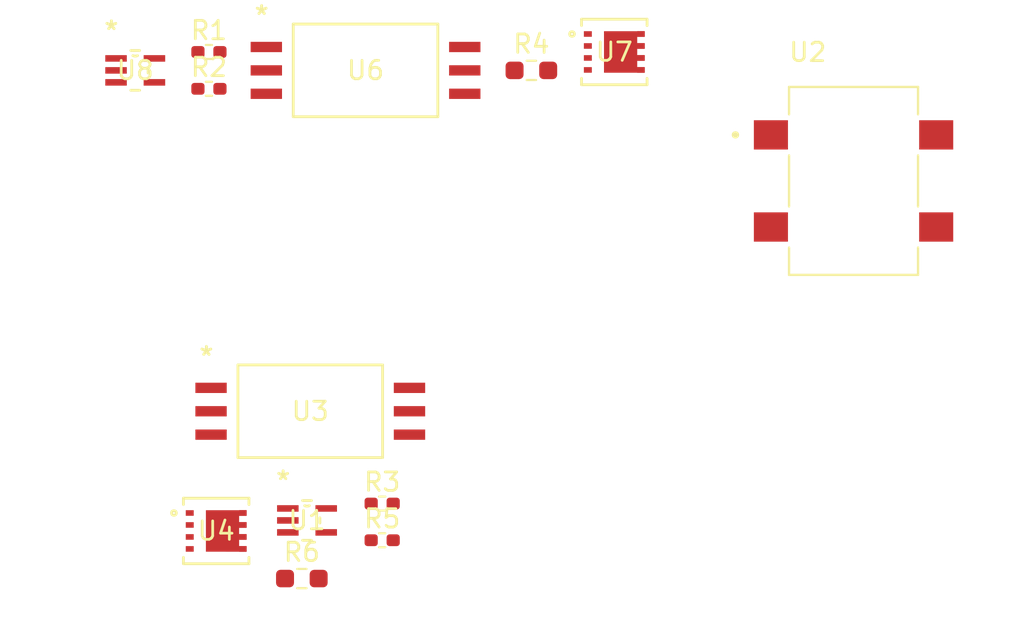
<source format=kicad_pcb>
(kicad_pcb (version 20240108) (generator "pcbnew") (generator_version "8.0")
  (layers (0 "F.Cu" signal) (31 "B.Cu" signal) (34 "B.Paste" user) (35 "F.Paste" user) (36 "B.SilkS" user "B.Silkscreen") (37 "F.SilkS" user "F.Silkscreen") (38 "B.Mask" user) (39 "F.Mask" user) (44 "Edge.Cuts" user))
  (net 0 "")
  (net 1 "Net-(U3-VOUT)")
  (net 2 "GNDPWR")
  (net 3 "Net-(U3-CATHODE)")
  (net 4 "+3V3")
  (net 5 "Net-(U3-ANODE)")
  (net 6 "Net-(U4-G)")
  (net 8 "Net-(U6-ANODE)")
  (net 9 "Net-(U8-Y)")
  (net 10 "Net-(U6-CATHODE)")
  (net 11 "GND")
  (net 12 "Net-(U1-Y)")
  (net 13 "Net-(U7-G)")
  (net 14 "Net-(U6-VOUT)")
  (net 16 "/Switching Channel 1/EN")
  (net 17 "VS")
  (net 18 "AC")
  (net 19 "Earth")
  (net 20 "+20V")
  (net 21 "/Switching Channel 1/IN")
  (net 23 "/Switching Channel 0/IN")
  (net 24 "/Switching Channel 0/EN")
  (footprint "Rectifier:SOIC500P990X195-4N" (layer "F.Cu") (at 63.985 34)
    (property "Reference" "U2" (at -2.485 -6.985 0) (layer "F.SilkS"))
    (property "Value" "RTBS60M")
    (fp_line (start -3.5 -5.1) (end 3.5 -5.1) (stroke (width 0.127)) (layer "F.SilkS"))
    (fp_line (start -3.5 -3.615) (end -3.5 -5.1) (stroke (width 0.127)) (layer "F.SilkS"))
    (fp_line (start -3.5 -1.385) (end -3.5 1.385) (stroke (width 0.127)) (layer "F.SilkS"))
    (fp_line (start -3.5 5.1) (end -3.5 3.615) (stroke (width 0.127)) (layer "F.SilkS"))
    (fp_line (start 3.5 -5.1) (end 3.5 -3.615) (stroke (width 0.127)) (layer "F.SilkS"))
    (fp_line (start 3.5 -1.385) (end 3.5 1.385) (stroke (width 0.127)) (layer "F.SilkS"))
    (fp_line (start 3.5 5.1) (end -3.5 5.1) (stroke (width 0.127)) (layer "F.SilkS"))
    (fp_line (start 3.5 5.1) (end 3.5 3.615) (stroke (width 0.127)) (layer "F.SilkS"))
    (fp_circle (center -6.41 -2.5) (end -6.31 -2.5) (stroke (width 0.2)) (fill none) (layer "F.SilkS"))
    (pad "1" smd rect (at -4.485 -2.5) (size 1.85 1.59) (layers "F.Cu" "F.Paste" "F.Mask") (net 17 "VS"))
    (pad "2" smd rect (at -4.485 2.5) (size 1.85 1.59) (layers "F.Cu" "F.Paste" "F.Mask") (net 2 "GNDPWR"))
    (pad "3" smd rect (at 4.485 2.5) (size 1.85 1.59) (layers "F.Cu" "F.Paste" "F.Mask") (net 19 "Earth"))
    (pad "4" smd rect (at 4.485 -2.5) (size 1.85 1.59) (layers "F.Cu" "F.Paste" "F.Mask") (net 18 "AC"))
  )
  (footprint "Resistor_SMD:R_0402_1005Metric_Pad0.72x0.64mm_HandSolder" (layer "F.Cu") (at 38.4025 53.5)
    (property "Reference" "R5" (at 0 -1.17 0) (layer "F.SilkS"))
    (property "Value" "50")
    (fp_line (start -0.167621 -0.38) (end 0.167621 -0.38) (stroke (width 0.12)) (layer "F.SilkS"))
    (fp_line (start -0.167621 0.38) (end 0.167621 0.38) (stroke (width 0.12)) (layer "F.SilkS"))
    (pad "1" smd roundrect (at -0.5975 0) (size 0.715 0.64) (layers "F.Cu" "F.Paste" "F.Mask") (net 11 "GND"))
    (pad "2" smd roundrect (at 0.5975 0) (size 0.715 0.64) (layers "F.Cu" "F.Paste" "F.Mask") (net 3 "Net-(U3-CATHODE)"))
  )
  (footprint "Switching Mosfet:MOSFET_3DN-T1-GE3_VIS" (layer "F.Cu") (at 51 27)
    (property "Reference" "U7" (at 0 0 0) (layer "F.SilkS"))
    (property "Value" "SISS94DN-T1-GE3")
    (fp_poly (pts (xy -0.558902 -1.12649) (xy 1.650901 -1.127379) (xy 1.650901 -0.822579) (xy 1.244501 -0.822579) (xy 1.244501 -0.477393) (xy 1.650901 -0.477393) (xy 1.650901 -0.172593) (xy 1.244501 -0.172593) (xy 1.244501 0.172593) (xy 1.650901 0.172593) (xy 1.650901 0.477393) (xy 1.244501 0.477393) (xy 1.244501 0.822579) (xy 1.650901 0.822579) (xy 1.650901 1.127379) (xy -0.558902 1.12649)) (fill solid) (layer "F.Cu"))
    (fp_line (start -1.778 -1.778) (end -1.778 -1.434888) (stroke (width 0.1524)) (layer "F.SilkS"))
    (fp_line (start -1.778 1.434888) (end -1.778 1.778) (stroke (width 0.1524)) (layer "F.SilkS"))
    (fp_line (start -1.778 1.778) (end 1.778 1.778) (stroke (width 0.1524)) (layer "F.SilkS"))
    (fp_line (start 1.778 -1.778) (end -1.778 -1.778) (stroke (width 0.1524)) (layer "F.SilkS"))
    (fp_line (start 1.778 -1.434888) (end 1.778 -1.778) (stroke (width 0.1524)) (layer "F.SilkS"))
    (fp_line (start 1.778 1.778) (end 1.778 1.434888) (stroke (width 0.1524)) (layer "F.SilkS"))
    (fp_circle (center -2.293393 -0.974979) (end -2.166393 -0.974979) (stroke (width 0.1524)) (fill none) (layer "F.SilkS"))
    (pad "1" smd rect (at -1.435001 -0.974979) (size 0.4318 0.3048) (layers "F.Cu" "F.Paste" "F.Mask") (net 2 "GNDPWR"))
    (pad "2" smd rect (at -1.435001 -0.324993) (size 0.4318 0.3048) (layers "F.Cu" "F.Paste" "F.Mask") (net 2 "GNDPWR"))
    (pad "3" smd rect (at -1.435001 0.324993) (size 0.4318 0.3048) (layers "F.Cu" "F.Paste" "F.Mask") (net 2 "GNDPWR"))
    (pad "4" smd rect (at -1.435001 0.974979) (size 0.4318 0.3048) (layers "F.Cu" "F.Paste" "F.Mask") (net 13 "Net-(U7-G)"))
    (pad "5" smd rect (at 1.447701 0.974979) (size 0.4064 0.3048) (layers "F.Cu" "F.Paste" "F.Mask") (net 23 "/Switching Channel 0/IN"))
    (pad "6" smd rect (at 1.447701 0.324993) (size 0.4064 0.3048) (layers "F.Cu" "F.Paste" "F.Mask") (net 23 "/Switching Channel 0/IN"))
    (pad "7" smd rect (at 1.447701 -0.324993) (size 0.4064 0.3048) (layers "F.Cu" "F.Paste" "F.Mask") (net 23 "/Switching Channel 0/IN"))
    (pad "8" smd rect (at 1.447701 -0.974979) (size 0.4064 0.3048) (layers "F.Cu" "F.Paste" "F.Mask") (net 23 "/Switching Channel 0/IN"))
  )
  (footprint "Resistor_SMD:R_0402_1005Metric_Pad0.72x0.64mm_HandSolder" (layer "F.Cu") (at 29 27)
    (property "Reference" "R1" (at 0 -1.17 0) (layer "F.SilkS"))
    (property "Value" "50")
    (fp_line (start -0.167621 -0.38) (end 0.167621 -0.38) (stroke (width 0.12)) (layer "F.SilkS"))
    (fp_line (start -0.167621 0.38) (end 0.167621 0.38) (stroke (width 0.12)) (layer "F.SilkS"))
    (pad "1" smd roundrect (at -0.5975 0) (size 0.715 0.64) (layers "F.Cu" "F.Paste" "F.Mask") (net 9 "Net-(U8-Y)"))
    (pad "2" smd roundrect (at 0.5975 0) (size 0.715 0.64) (layers "F.Cu" "F.Paste" "F.Mask") (net 8 "Net-(U6-ANODE)"))
  )
  (footprint "Buffer:DCK5" (layer "F.Cu") (at 34.3233 52.4247)
    (property "Reference" "U1" (at 0 0 0) (layer "F.SilkS"))
    (property "Value" "SN74LVC1G17DCKR")
    (fp_line (start -0.239571 1.0795) (end 0.239571 1.0795) (stroke (width 0.1524)) (layer "F.SilkS"))
    (fp_line (start 0.239571 -1.0795) (end -0.239571 -1.0795) (stroke (width 0.1524)) (layer "F.SilkS"))
    (fp_line (start 0.6985 0.139459) (end 0.6985 -0.139459) (stroke (width 0.1524)) (layer "F.SilkS"))
    (fp_arc (start 0.12446 -0.801269) (mid 0 -0.7747) (end -0.12446 -0.801269) (stroke (width 0.1524)) (layer "F.SilkS"))
    (fp_text user "*" (at -1.2954 -2.1486 0) (layer "F.SilkS"))
    (fp_text user "*" (at -1.2954 -2.1486 0) (layer "F.SilkS"))
    (pad "1" smd rect (at -1.0414 -0.649999) (size 1.1684 0.3556) (layers "F.Cu" "F.Paste" "F.Mask"))
    (pad "2" smd rect (at -1.0414 0) (size 1.1684 0.3556) (layers "F.Cu" "F.Paste" "F.Mask") (net 16 "/Switching Channel 1/EN"))
    (pad "3" smd rect (at -1.0414 0.649999) (size 1.1684 0.3556) (layers "F.Cu" "F.Paste" "F.Mask") (net 11 "GND"))
    (pad "4" smd rect (at 1.0414 0.649999) (size 1.1684 0.3556) (layers "F.Cu" "F.Paste" "F.Mask") (net 12 "Net-(U1-Y)"))
    (pad "5" smd rect (at 1.0414 -0.649999) (size 1.1684 0.3556) (layers "F.Cu" "F.Paste" "F.Mask") (net 4 "+3V3"))
  )
  (footprint "Resistor_SMD:R_0402_1005Metric_Pad0.72x0.64mm_HandSolder" (layer "F.Cu") (at 29 29)
    (property "Reference" "R2" (at 0 -1.17 0) (layer "F.SilkS"))
    (property "Value" "50")
    (fp_line (start -0.167621 -0.38) (end 0.167621 -0.38) (stroke (width 0.12)) (layer "F.SilkS"))
    (fp_line (start -0.167621 0.38) (end 0.167621 0.38) (stroke (width 0.12)) (layer "F.SilkS"))
    (pad "1" smd roundrect (at -0.5975 0) (size 0.715 0.64) (layers "F.Cu" "F.Paste" "F.Mask") (net 11 "GND"))
    (pad "2" smd roundrect (at 0.5975 0) (size 0.715 0.64) (layers "F.Cu" "F.Paste" "F.Mask") (net 10 "Net-(U6-CATHODE)"))
  )
  (footprint "Buffer:DCK5" (layer "F.Cu") (at 25 28)
    (property "Reference" "U8" (at 0 0 0) (layer "F.SilkS"))
    (property "Value" "SN74LVC1G17DCKR")
    (fp_line (start -0.239571 1.0795) (end 0.239571 1.0795) (stroke (width 0.1524)) (layer "F.SilkS"))
    (fp_line (start 0.239571 -1.0795) (end -0.239571 -1.0795) (stroke (width 0.1524)) (layer "F.SilkS"))
    (fp_line (start 0.6985 0.139459) (end 0.6985 -0.139459) (stroke (width 0.1524)) (layer "F.SilkS"))
    (fp_arc (start 0.12446 -0.801269) (mid 0 -0.7747) (end -0.12446 -0.801269) (stroke (width 0.1524)) (layer "F.SilkS"))
    (fp_text user "*" (at -1.2954 -2.1486 0) (layer "F.SilkS"))
    (fp_text user "*" (at -1.2954 -2.1486 0) (layer "F.SilkS"))
    (pad "1" smd rect (at -1.0414 -0.649999) (size 1.1684 0.3556) (layers "F.Cu" "F.Paste" "F.Mask"))
    (pad "2" smd rect (at -1.0414 0) (size 1.1684 0.3556) (layers "F.Cu" "F.Paste" "F.Mask") (net 24 "/Switching Channel 0/EN"))
    (pad "3" smd rect (at -1.0414 0.649999) (size 1.1684 0.3556) (layers "F.Cu" "F.Paste" "F.Mask") (net 11 "GND"))
    (pad "4" smd rect (at 1.0414 0.649999) (size 1.1684 0.3556) (layers "F.Cu" "F.Paste" "F.Mask") (net 9 "Net-(U8-Y)"))
    (pad "5" smd rect (at 1.0414 -0.649999) (size 1.1684 0.3556) (layers "F.Cu" "F.Paste" "F.Mask") (net 4 "+3V3"))
  )
  (footprint "Resistor_SMD:R_0603_1608Metric_Pad0.98x0.95mm_HandSolder" (layer "F.Cu") (at 46.5 28)
    (property "Reference" "R4" (at 0 -1.43 0) (layer "F.SilkS"))
    (property "Value" "10")
    (fp_line (start -0.254724 -0.5225) (end 0.254724 -0.5225) (stroke (width 0.12)) (layer "F.SilkS"))
    (fp_line (start -0.254724 0.5225) (end 0.254724 0.5225) (stroke (width 0.12)) (layer "F.SilkS"))
    (pad "1" smd roundrect (at -0.9125 0) (size 0.975 0.95) (layers "F.Cu" "F.Paste" "F.Mask") (net 14 "Net-(U6-VOUT)"))
    (pad "2" smd roundrect (at 0.9125 0) (size 0.975 0.95) (layers "F.Cu" "F.Paste" "F.Mask") (net 13 "Net-(U7-G)"))
  )
  (footprint "Resistor_SMD:R_0603_1608Metric_Pad0.98x0.95mm_HandSolder" (layer "F.Cu") (at 34.0425 55.58)
    (property "Reference" "R6" (at 0 -1.43 0) (layer "F.SilkS"))
    (property "Value" "10")
    (fp_line (start -0.254724 -0.5225) (end 0.254724 -0.5225) (stroke (width 0.12)) (layer "F.SilkS"))
    (fp_line (start -0.254724 0.5225) (end 0.254724 0.5225) (stroke (width 0.12)) (layer "F.SilkS"))
    (pad "1" smd roundrect (at -0.9125 0) (size 0.975 0.95) (layers "F.Cu" "F.Paste" "F.Mask") (net 1 "Net-(U3-VOUT)"))
    (pad "2" smd roundrect (at 0.9125 0) (size 0.975 0.95) (layers "F.Cu" "F.Paste" "F.Mask") (net 6 "Net-(U4-G)"))
  )
  (footprint "Gate Driver:SOIC6_DWY_TEX" (layer "F.Cu") (at 37.5 28)
    (property "Reference" "U6" (at 0 0 0) (layer "F.SilkS"))
    (property "Value" "UCC23313DWYR")
    (fp_line (start -3.9243 -2.5146) (end -3.9243 2.5146) (stroke (width 0.1524)) (layer "F.SilkS"))
    (fp_line (start -3.9243 2.5146) (end 3.9243 2.5146) (stroke (width 0.1524)) (layer "F.SilkS"))
    (fp_line (start 3.9243 -2.5146) (end -3.9243 -2.5146) (stroke (width 0.1524)) (layer "F.SilkS"))
    (fp_line (start 3.9243 2.5146) (end 3.9243 -2.5146) (stroke (width 0.1524)) (layer "F.SilkS"))
    (fp_text user "*" (at -5.6388 -2.9718 0) (layer "F.SilkS"))
    (fp_text user "*" (at -5.6388 -2.9718 0) (layer "F.SilkS"))
    (pad "1" smd rect (at -5.3848 -1.27) (size 1.7018 0.5588) (layers "F.Cu" "F.Paste" "F.Mask") (net 8 "Net-(U6-ANODE)"))
    (pad "2" smd rect (at -5.3848 0) (size 1.7018 0.5588) (layers "F.Cu" "F.Paste" "F.Mask"))
    (pad "3" smd rect (at -5.3848 1.27) (size 1.7018 0.5588) (layers "F.Cu" "F.Paste" "F.Mask") (net 10 "Net-(U6-CATHODE)"))
    (pad "4" smd rect (at 5.3848 1.27) (size 1.7018 0.5588) (layers "F.Cu" "F.Paste" "F.Mask") (net 2 "GNDPWR"))
    (pad "5" smd rect (at 5.3848 0) (size 1.7018 0.5588) (layers "F.Cu" "F.Paste" "F.Mask") (net 14 "Net-(U6-VOUT)"))
    (pad "6" smd rect (at 5.3848 -1.27) (size 1.7018 0.5588) (layers "F.Cu" "F.Paste" "F.Mask") (net 20 "+20V"))
  )
  (footprint "Switching Mosfet:MOSFET_3DN-T1-GE3_VIS" (layer "F.Cu") (at 29.394093 52.9962)
    (property "Reference" "U4" (at 0 0 0) (layer "F.SilkS"))
    (property "Value" "SISS94DN-T1-GE3")
    (fp_poly (pts (xy -0.558902 -1.12649) (xy 1.650901 -1.127379) (xy 1.650901 -0.822579) (xy 1.244501 -0.822579) (xy 1.244501 -0.477393) (xy 1.650901 -0.477393) (xy 1.650901 -0.172593) (xy 1.244501 -0.172593) (xy 1.244501 0.172593) (xy 1.650901 0.172593) (xy 1.650901 0.477393) (xy 1.244501 0.477393) (xy 1.244501 0.822579) (xy 1.650901 0.822579) (xy 1.650901 1.127379) (xy -0.558902 1.12649)) (fill solid) (layer "F.Cu"))
    (fp_line (start -1.778 -1.778) (end -1.778 -1.434888) (stroke (width 0.1524)) (layer "F.SilkS"))
    (fp_line (start -1.778 1.434888) (end -1.778 1.778) (stroke (width 0.1524)) (layer "F.SilkS"))
    (fp_line (start -1.778 1.778) (end 1.778 1.778) (stroke (width 0.1524)) (layer "F.SilkS"))
    (fp_line (start 1.778 -1.778) (end -1.778 -1.778) (stroke (width 0.1524)) (layer "F.SilkS"))
    (fp_line (start 1.778 -1.434888) (end 1.778 -1.778) (stroke (width 0.1524)) (layer "F.SilkS"))
    (fp_line (start 1.778 1.778) (end 1.778 1.434888) (stroke (width 0.1524)) (layer "F.SilkS"))
    (fp_circle (center -2.293393 -0.974979) (end -2.166393 -0.974979) (stroke (width 0.1524)) (fill none) (layer "F.SilkS"))
    (pad "1" smd rect (at -1.435001 -0.974979) (size 0.4318 0.3048) (layers "F.Cu" "F.Paste" "F.Mask") (net 2 "GNDPWR"))
    (pad "2" smd rect (at -1.435001 -0.324993) (size 0.4318 0.3048) (layers "F.Cu" "F.Paste" "F.Mask") (net 2 "GNDPWR"))
    (pad "3" smd rect (at -1.435001 0.324993) (size 0.4318 0.3048) (layers "F.Cu" "F.Paste" "F.Mask") (net 2 "GNDPWR"))
    (pad "4" smd rect (at -1.435001 0.974979) (size 0.4318 0.3048) (layers "F.Cu" "F.Paste" "F.Mask") (net 6 "Net-(U4-G)"))
    (pad "5" smd rect (at 1.447701 0.974979) (size 0.4064 0.3048) (layers "F.Cu" "F.Paste" "F.Mask") (net 21 "/Switching Channel 1/IN"))
    (pad "6" smd rect (at 1.447701 0.324993) (size 0.4064 0.3048) (layers "F.Cu" "F.Paste" "F.Mask") (net 21 "/Switching Channel 1/IN"))
    (pad "7" smd rect (at 1.447701 -0.324993) (size 0.4064 0.3048) (layers "F.Cu" "F.Paste" "F.Mask") (net 21 "/Switching Channel 1/IN"))
    (pad "8" smd rect (at 1.447701 -0.974979) (size 0.4064 0.3048) (layers "F.Cu" "F.Paste" "F.Mask") (net 21 "/Switching Channel 1/IN"))
  )
  (footprint "Gate Driver:SOIC6_DWY_TEX" (layer "F.Cu") (at 34.5 46.5)
    (property "Reference" "U3" (at 0 0 0) (layer "F.SilkS"))
    (property "Value" "UCC23313DWYR")
    (fp_line (start -3.9243 -2.5146) (end -3.9243 2.5146) (stroke (width 0.1524)) (layer "F.SilkS"))
    (fp_line (start -3.9243 2.5146) (end 3.9243 2.5146) (stroke (width 0.1524)) (layer "F.SilkS"))
    (fp_line (start 3.9243 -2.5146) (end -3.9243 -2.5146) (stroke (width 0.1524)) (layer "F.SilkS"))
    (fp_line (start 3.9243 2.5146) (end 3.9243 -2.5146) (stroke (width 0.1524)) (layer "F.SilkS"))
    (fp_text user "*" (at -5.6388 -2.9718 0) (layer "F.SilkS"))
    (fp_text user "*" (at -5.6388 -2.9718 0) (layer "F.SilkS"))
    (pad "1" smd rect (at -5.3848 -1.27) (size 1.7018 0.5588) (layers "F.Cu" "F.Paste" "F.Mask") (net 5 "Net-(U3-ANODE)"))
    (pad "2" smd rect (at -5.3848 0) (size 1.7018 0.5588) (layers "F.Cu" "F.Paste" "F.Mask"))
    (pad "3" smd rect (at -5.3848 1.27) (size 1.7018 0.5588) (layers "F.Cu" "F.Paste" "F.Mask") (net 3 "Net-(U3-CATHODE)"))
    (pad "4" smd rect (at 5.3848 1.27) (size 1.7018 0.5588) (layers "F.Cu" "F.Paste" "F.Mask") (net 2 "GNDPWR"))
    (pad "5" smd rect (at 5.3848 0) (size 1.7018 0.5588) (layers "F.Cu" "F.Paste" "F.Mask") (net 1 "Net-(U3-VOUT)"))
    (pad "6" smd rect (at 5.3848 -1.27) (size 1.7018 0.5588) (layers "F.Cu" "F.Paste" "F.Mask") (net 20 "+20V"))
  )
  (footprint "Resistor_SMD:R_0402_1005Metric_Pad0.72x0.64mm_HandSolder" (layer "F.Cu") (at 38.4025 51.51)
    (property "Reference" "R3" (at 0 -1.17 0) (layer "F.SilkS"))
    (property "Value" "50")
    (fp_line (start -0.167621 -0.38) (end 0.167621 -0.38) (stroke (width 0.12)) (layer "F.SilkS"))
    (fp_line (start -0.167621 0.38) (end 0.167621 0.38) (stroke (width 0.12)) (layer "F.SilkS"))
    (pad "1" smd roundrect (at -0.5975 0) (size 0.715 0.64) (layers "F.Cu" "F.Paste" "F.Mask") (net 12 "Net-(U1-Y)"))
    (pad "2" smd roundrect (at 0.5975 0) (size 0.715 0.64) (layers "F.Cu" "F.Paste" "F.Mask") (net 5 "Net-(U3-ANODE)"))
  )
)
</source>
